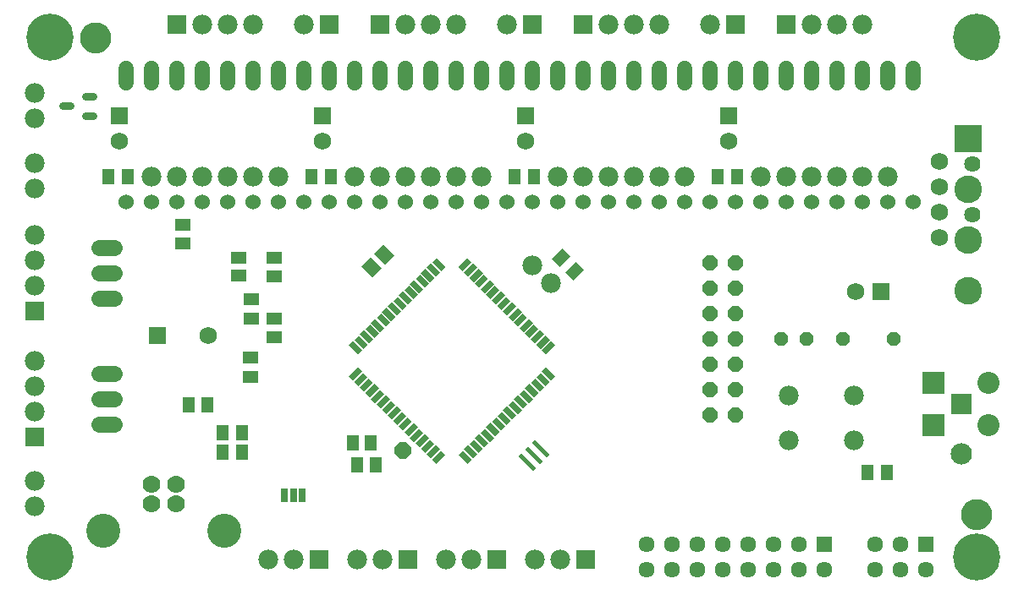
<source format=gts>
G75*
G70*
%OFA0B0*%
%FSLAX24Y24*%
%IPPOS*%
%LPD*%
%AMOC8*
5,1,8,0,0,1.08239X$1,22.5*
%
%ADD10C,0.0600*%
%ADD11C,0.0600*%
%ADD12C,0.0690*%
%ADD13R,0.0690X0.0690*%
%ADD14R,0.0780X0.0780*%
%ADD15C,0.0780*%
%ADD16R,0.0453X0.0591*%
%ADD17C,0.1090*%
%ADD18R,0.1090X0.1090*%
%ADD19R,0.0591X0.0453*%
%ADD20C,0.0640*%
%ADD21R,0.0290X0.0540*%
%ADD22R,0.0840X0.0840*%
%ADD23C,0.0840*%
%ADD24C,0.0867*%
%ADD25R,0.0867X0.0867*%
%ADD26C,0.0640*%
%ADD27C,0.1857*%
%ADD28R,0.0611X0.0493*%
%ADD29C,0.0700*%
%ADD30C,0.1340*%
%ADD31R,0.0493X0.0611*%
%ADD32R,0.0240X0.0510*%
%ADD33R,0.0510X0.0240*%
%ADD34R,0.0827X0.0158*%
%ADD35OC8,0.0600*%
%ADD36C,0.0634*%
%ADD37R,0.0634X0.0634*%
%ADD38OC8,0.0560*%
%ADD39C,0.0434*%
%ADD40C,0.0500*%
%ADD41C,0.0296*%
%ADD42OC8,0.0640*%
D10*
X007161Y016971D03*
X008161Y016971D03*
X009161Y016971D03*
X010161Y016971D03*
X011161Y016971D03*
X012161Y016971D03*
X013161Y016971D03*
X014161Y016971D03*
X015161Y016971D03*
X016161Y016971D03*
X017161Y016971D03*
X018161Y016971D03*
X019161Y016971D03*
X020161Y016971D03*
X021161Y016971D03*
X022161Y016971D03*
X023161Y016971D03*
X024161Y016971D03*
X025161Y016971D03*
X026161Y016971D03*
X027161Y016971D03*
X028161Y016971D03*
X029161Y016971D03*
X030161Y016971D03*
X031161Y016971D03*
X032161Y016971D03*
X033161Y016971D03*
X034161Y016971D03*
X035161Y016971D03*
X036161Y016971D03*
X037161Y016971D03*
X038161Y016971D03*
D11*
X038161Y021691D02*
X038161Y022251D01*
X037161Y022251D02*
X037161Y021691D01*
X036161Y021691D02*
X036161Y022251D01*
X035161Y022251D02*
X035161Y021691D01*
X034161Y021691D02*
X034161Y022251D01*
X033161Y022251D02*
X033161Y021691D01*
X032161Y021691D02*
X032161Y022251D01*
X031161Y022251D02*
X031161Y021691D01*
X030161Y021691D02*
X030161Y022251D01*
X029161Y022251D02*
X029161Y021691D01*
X028161Y021691D02*
X028161Y022251D01*
X027161Y022251D02*
X027161Y021691D01*
X026161Y021691D02*
X026161Y022251D01*
X025161Y022251D02*
X025161Y021691D01*
X024161Y021691D02*
X024161Y022251D01*
X023161Y022251D02*
X023161Y021691D01*
X022161Y021691D02*
X022161Y022251D01*
X021161Y022251D02*
X021161Y021691D01*
X020161Y021691D02*
X020161Y022251D01*
X019161Y022251D02*
X019161Y021691D01*
X018161Y021691D02*
X018161Y022251D01*
X017161Y022251D02*
X017161Y021691D01*
X016161Y021691D02*
X016161Y022251D01*
X015161Y022251D02*
X015161Y021691D01*
X014161Y021691D02*
X014161Y022251D01*
X013161Y022251D02*
X013161Y021691D01*
X012161Y021691D02*
X012161Y022251D01*
X011161Y022251D02*
X011161Y021691D01*
X010161Y021691D02*
X010161Y022251D01*
X009161Y022251D02*
X009161Y021691D01*
X008161Y021691D02*
X008161Y022251D01*
X007161Y022251D02*
X007161Y021691D01*
D12*
X006911Y019371D03*
X014911Y019371D03*
X022911Y019371D03*
X030911Y019371D03*
X039211Y018590D03*
X039211Y017590D03*
X039211Y016590D03*
X039211Y015590D03*
X035911Y013446D03*
X010411Y011721D03*
D13*
X008411Y011721D03*
X006911Y020371D03*
X014911Y020371D03*
X022911Y020371D03*
X030911Y020371D03*
X036911Y013446D03*
D14*
X033161Y023971D03*
X031161Y023971D03*
X025161Y023971D03*
X023161Y023971D03*
X017161Y023971D03*
X015161Y023971D03*
X009161Y023971D03*
X003561Y012671D03*
X003561Y007721D03*
X014761Y002871D03*
X018261Y002871D03*
X021761Y002871D03*
X025261Y002871D03*
D15*
X024261Y002871D03*
X023261Y002871D03*
X020761Y002871D03*
X019761Y002871D03*
X017261Y002871D03*
X016261Y002871D03*
X013761Y002871D03*
X012761Y002871D03*
X003561Y004971D03*
X003561Y005971D03*
X003561Y008721D03*
X003561Y009721D03*
X003561Y010721D03*
X003561Y013671D03*
X003561Y014671D03*
X003561Y015671D03*
X003561Y017521D03*
X003561Y018521D03*
X003561Y020271D03*
X003561Y021271D03*
X008161Y017971D03*
X009161Y017971D03*
X010161Y017971D03*
X011161Y017971D03*
X012161Y017971D03*
X013161Y017971D03*
X016161Y017971D03*
X017161Y017971D03*
X018161Y017971D03*
X019161Y017971D03*
X020161Y017971D03*
X021161Y017971D03*
X024161Y017971D03*
X025161Y017971D03*
X026161Y017971D03*
X027161Y017971D03*
X028161Y017971D03*
X029161Y017971D03*
X032161Y017971D03*
X033161Y017971D03*
X034161Y017971D03*
X035161Y017971D03*
X036161Y017971D03*
X037161Y017971D03*
X036161Y023971D03*
X035161Y023971D03*
X034161Y023971D03*
X030161Y023971D03*
X028161Y023971D03*
X027161Y023971D03*
X026161Y023971D03*
X022161Y023971D03*
X020161Y023971D03*
X019161Y023971D03*
X018161Y023971D03*
X014161Y023971D03*
X012161Y023971D03*
X011161Y023971D03*
X010161Y023971D03*
X023189Y014493D03*
X023896Y013786D03*
X033281Y009361D03*
X035841Y009361D03*
X035841Y007581D03*
X033281Y007581D03*
D16*
X036387Y006321D03*
X037135Y006321D03*
X031235Y017971D03*
X030487Y017971D03*
X023235Y017971D03*
X022487Y017971D03*
X015235Y017971D03*
X014487Y017971D03*
X007235Y017971D03*
X006487Y017971D03*
X010987Y007871D03*
X011735Y007871D03*
X011735Y007121D03*
X010987Y007121D03*
D17*
X040354Y013490D03*
X040354Y015490D03*
X040354Y017490D03*
D18*
X040354Y019490D03*
D19*
G36*
X025211Y014312D02*
X024795Y013896D01*
X024475Y014216D01*
X024891Y014632D01*
X025211Y014312D01*
G37*
G36*
X024682Y014841D02*
X024266Y014425D01*
X023946Y014745D01*
X024362Y015161D01*
X024682Y014841D01*
G37*
X013011Y014796D03*
X013011Y014047D03*
X012111Y013146D03*
X012111Y012397D03*
X013011Y012396D03*
X013011Y011647D03*
X012061Y010846D03*
X012061Y010097D03*
X009411Y015347D03*
X009411Y016096D03*
D20*
X006711Y015171D02*
X006111Y015171D01*
X006111Y014171D02*
X006711Y014171D01*
X006711Y013171D02*
X006111Y013171D01*
X006111Y010221D02*
X006711Y010221D01*
X006711Y009221D02*
X006111Y009221D01*
X006111Y008221D02*
X006711Y008221D01*
D21*
X013411Y005421D03*
X013761Y005421D03*
X014111Y005421D03*
D22*
X040061Y009021D03*
D23*
X040061Y007053D03*
D24*
X041143Y008195D03*
X041143Y009848D03*
D25*
X038978Y009848D03*
X038978Y008195D03*
D26*
X040511Y016490D03*
X040511Y018490D03*
D27*
X004161Y002971D03*
X004161Y023471D03*
X040661Y023471D03*
X040661Y002971D03*
D28*
G36*
X017301Y015310D02*
X017731Y014880D01*
X017383Y014532D01*
X016953Y014962D01*
X017301Y015310D01*
G37*
G36*
X016800Y014809D02*
X017230Y014379D01*
X016882Y014031D01*
X016452Y014461D01*
X016800Y014809D01*
G37*
X011611Y014776D03*
X011611Y014067D03*
D29*
X009153Y005851D03*
X008169Y005851D03*
X008169Y005071D03*
X009153Y005071D03*
D30*
X011031Y004001D03*
X006291Y004001D03*
D31*
X009656Y008971D03*
X010365Y008971D03*
X016106Y007471D03*
X016815Y007471D03*
X016994Y006623D03*
X016285Y006623D03*
D32*
G36*
X020792Y006822D02*
X020622Y006652D01*
X020262Y007012D01*
X020432Y007182D01*
X020792Y006822D01*
G37*
G36*
X021011Y007041D02*
X020841Y006871D01*
X020481Y007231D01*
X020651Y007401D01*
X021011Y007041D01*
G37*
G36*
X021230Y007261D02*
X021060Y007091D01*
X020700Y007451D01*
X020870Y007621D01*
X021230Y007261D01*
G37*
G36*
X021450Y007480D02*
X021280Y007310D01*
X020920Y007670D01*
X021090Y007840D01*
X021450Y007480D01*
G37*
G36*
X021669Y007699D02*
X021499Y007529D01*
X021139Y007889D01*
X021309Y008059D01*
X021669Y007699D01*
G37*
G36*
X021888Y007918D02*
X021718Y007748D01*
X021358Y008108D01*
X021528Y008278D01*
X021888Y007918D01*
G37*
G36*
X022107Y008137D02*
X021937Y007967D01*
X021577Y008327D01*
X021747Y008497D01*
X022107Y008137D01*
G37*
G36*
X022326Y008357D02*
X022156Y008187D01*
X021796Y008547D01*
X021966Y008717D01*
X022326Y008357D01*
G37*
G36*
X022546Y008576D02*
X022376Y008406D01*
X022016Y008766D01*
X022186Y008936D01*
X022546Y008576D01*
G37*
G36*
X022765Y008795D02*
X022595Y008625D01*
X022235Y008985D01*
X022405Y009155D01*
X022765Y008795D01*
G37*
G36*
X022984Y009014D02*
X022814Y008844D01*
X022454Y009204D01*
X022624Y009374D01*
X022984Y009014D01*
G37*
G36*
X023203Y009233D02*
X023033Y009063D01*
X022673Y009423D01*
X022843Y009593D01*
X023203Y009233D01*
G37*
G36*
X023422Y009453D02*
X023252Y009283D01*
X022892Y009643D01*
X023062Y009813D01*
X023422Y009453D01*
G37*
G36*
X023642Y009672D02*
X023472Y009502D01*
X023112Y009862D01*
X023282Y010032D01*
X023642Y009672D01*
G37*
G36*
X023861Y009891D02*
X023691Y009721D01*
X023331Y010081D01*
X023501Y010251D01*
X023861Y009891D01*
G37*
G36*
X024080Y010110D02*
X023910Y009940D01*
X023550Y010300D01*
X023720Y010470D01*
X024080Y010110D01*
G37*
G36*
X018664Y013335D02*
X018494Y013165D01*
X018134Y013525D01*
X018304Y013695D01*
X018664Y013335D01*
G37*
G36*
X018883Y013554D02*
X018713Y013384D01*
X018353Y013744D01*
X018523Y013914D01*
X018883Y013554D01*
G37*
G36*
X019102Y013773D02*
X018932Y013603D01*
X018572Y013963D01*
X018742Y014133D01*
X019102Y013773D01*
G37*
G36*
X019321Y013992D02*
X019151Y013822D01*
X018791Y014182D01*
X018961Y014352D01*
X019321Y013992D01*
G37*
G36*
X019540Y014211D02*
X019370Y014041D01*
X019010Y014401D01*
X019180Y014571D01*
X019540Y014211D01*
G37*
G36*
X019760Y014431D02*
X019590Y014261D01*
X019230Y014621D01*
X019400Y014791D01*
X019760Y014431D01*
G37*
G36*
X018444Y013116D02*
X018274Y012946D01*
X017914Y013306D01*
X018084Y013476D01*
X018444Y013116D01*
G37*
G36*
X018225Y012896D02*
X018055Y012726D01*
X017695Y013086D01*
X017865Y013256D01*
X018225Y012896D01*
G37*
G36*
X018006Y012677D02*
X017836Y012507D01*
X017476Y012867D01*
X017646Y013037D01*
X018006Y012677D01*
G37*
G36*
X017787Y012458D02*
X017617Y012288D01*
X017257Y012648D01*
X017427Y012818D01*
X017787Y012458D01*
G37*
G36*
X017568Y012239D02*
X017398Y012069D01*
X017038Y012429D01*
X017208Y012599D01*
X017568Y012239D01*
G37*
G36*
X017348Y012019D02*
X017178Y011849D01*
X016818Y012209D01*
X016988Y012379D01*
X017348Y012019D01*
G37*
G36*
X017129Y011800D02*
X016959Y011630D01*
X016599Y011990D01*
X016769Y012160D01*
X017129Y011800D01*
G37*
G36*
X016910Y011581D02*
X016740Y011411D01*
X016380Y011771D01*
X016550Y011941D01*
X016910Y011581D01*
G37*
G36*
X016691Y011362D02*
X016521Y011192D01*
X016161Y011552D01*
X016331Y011722D01*
X016691Y011362D01*
G37*
G36*
X016472Y011143D02*
X016302Y010973D01*
X015942Y011333D01*
X016112Y011503D01*
X016472Y011143D01*
G37*
D33*
G36*
X016472Y010300D02*
X016112Y009940D01*
X015942Y010110D01*
X016302Y010470D01*
X016472Y010300D01*
G37*
G36*
X016691Y010081D02*
X016331Y009721D01*
X016161Y009891D01*
X016521Y010251D01*
X016691Y010081D01*
G37*
G36*
X016910Y009862D02*
X016550Y009502D01*
X016380Y009672D01*
X016740Y010032D01*
X016910Y009862D01*
G37*
G36*
X017129Y009643D02*
X016769Y009283D01*
X016599Y009453D01*
X016959Y009813D01*
X017129Y009643D01*
G37*
G36*
X017348Y009423D02*
X016988Y009063D01*
X016818Y009233D01*
X017178Y009593D01*
X017348Y009423D01*
G37*
G36*
X017568Y009204D02*
X017208Y008844D01*
X017038Y009014D01*
X017398Y009374D01*
X017568Y009204D01*
G37*
G36*
X017787Y008985D02*
X017427Y008625D01*
X017257Y008795D01*
X017617Y009155D01*
X017787Y008985D01*
G37*
G36*
X018006Y008766D02*
X017646Y008406D01*
X017476Y008576D01*
X017836Y008936D01*
X018006Y008766D01*
G37*
G36*
X018225Y008547D02*
X017865Y008187D01*
X017695Y008357D01*
X018055Y008717D01*
X018225Y008547D01*
G37*
G36*
X018444Y008327D02*
X018084Y007967D01*
X017914Y008137D01*
X018274Y008497D01*
X018444Y008327D01*
G37*
G36*
X018664Y008108D02*
X018304Y007748D01*
X018134Y007918D01*
X018494Y008278D01*
X018664Y008108D01*
G37*
G36*
X018883Y007889D02*
X018523Y007529D01*
X018353Y007699D01*
X018713Y008059D01*
X018883Y007889D01*
G37*
G36*
X019102Y007670D02*
X018742Y007310D01*
X018572Y007480D01*
X018932Y007840D01*
X019102Y007670D01*
G37*
G36*
X019321Y007451D02*
X018961Y007091D01*
X018791Y007261D01*
X019151Y007621D01*
X019321Y007451D01*
G37*
G36*
X019540Y007231D02*
X019180Y006871D01*
X019010Y007041D01*
X019370Y007401D01*
X019540Y007231D01*
G37*
G36*
X019760Y007012D02*
X019400Y006652D01*
X019230Y006822D01*
X019590Y007182D01*
X019760Y007012D01*
G37*
G36*
X024080Y011333D02*
X023720Y010973D01*
X023550Y011143D01*
X023910Y011503D01*
X024080Y011333D01*
G37*
G36*
X023861Y011552D02*
X023501Y011192D01*
X023331Y011362D01*
X023691Y011722D01*
X023861Y011552D01*
G37*
G36*
X023642Y011771D02*
X023282Y011411D01*
X023112Y011581D01*
X023472Y011941D01*
X023642Y011771D01*
G37*
G36*
X023422Y011990D02*
X023062Y011630D01*
X022892Y011800D01*
X023252Y012160D01*
X023422Y011990D01*
G37*
G36*
X023203Y012209D02*
X022843Y011849D01*
X022673Y012019D01*
X023033Y012379D01*
X023203Y012209D01*
G37*
G36*
X022984Y012429D02*
X022624Y012069D01*
X022454Y012239D01*
X022814Y012599D01*
X022984Y012429D01*
G37*
G36*
X022765Y012648D02*
X022405Y012288D01*
X022235Y012458D01*
X022595Y012818D01*
X022765Y012648D01*
G37*
G36*
X022546Y012867D02*
X022186Y012507D01*
X022016Y012677D01*
X022376Y013037D01*
X022546Y012867D01*
G37*
G36*
X022326Y013086D02*
X021966Y012726D01*
X021796Y012896D01*
X022156Y013256D01*
X022326Y013086D01*
G37*
G36*
X022107Y013306D02*
X021747Y012946D01*
X021577Y013116D01*
X021937Y013476D01*
X022107Y013306D01*
G37*
G36*
X021888Y013525D02*
X021528Y013165D01*
X021358Y013335D01*
X021718Y013695D01*
X021888Y013525D01*
G37*
G36*
X021669Y013744D02*
X021309Y013384D01*
X021139Y013554D01*
X021499Y013914D01*
X021669Y013744D01*
G37*
G36*
X021450Y013963D02*
X021090Y013603D01*
X020920Y013773D01*
X021280Y014133D01*
X021450Y013963D01*
G37*
G36*
X021230Y014182D02*
X020870Y013822D01*
X020700Y013992D01*
X021060Y014352D01*
X021230Y014182D01*
G37*
G36*
X021011Y014401D02*
X020651Y014041D01*
X020481Y014211D01*
X020841Y014571D01*
X021011Y014401D01*
G37*
G36*
X020792Y014621D02*
X020432Y014261D01*
X020262Y014431D01*
X020622Y014791D01*
X020792Y014621D01*
G37*
D34*
G36*
X023740Y006910D02*
X023157Y007493D01*
X023268Y007604D01*
X023851Y007021D01*
X023740Y006910D01*
G37*
G36*
X023476Y006645D02*
X022893Y007228D01*
X023004Y007339D01*
X023587Y006756D01*
X023476Y006645D01*
G37*
G36*
X023212Y006381D02*
X022629Y006964D01*
X022740Y007075D01*
X023323Y006492D01*
X023212Y006381D01*
G37*
D35*
X030161Y008571D03*
X031161Y008571D03*
X031161Y009571D03*
X030161Y009571D03*
X030161Y010571D03*
X031161Y010571D03*
X031161Y011571D03*
X030161Y011571D03*
X030161Y012571D03*
X031161Y012571D03*
X031161Y013571D03*
X030161Y013571D03*
X030161Y014571D03*
X031161Y014571D03*
D36*
X031661Y003471D03*
X032661Y003471D03*
X033661Y003471D03*
X033661Y002471D03*
X034661Y002471D03*
X036661Y002471D03*
X037661Y002471D03*
X038661Y002471D03*
X037661Y003471D03*
X036661Y003471D03*
X032661Y002471D03*
X031661Y002471D03*
X030661Y002471D03*
X029661Y002471D03*
X028661Y002471D03*
X027661Y002471D03*
X027661Y003471D03*
X028661Y003471D03*
X029661Y003471D03*
X030661Y003471D03*
D37*
X034661Y003471D03*
X038661Y003471D03*
D38*
X037411Y011571D03*
X035411Y011571D03*
X033961Y011571D03*
X032961Y011571D03*
D39*
X040661Y004671D03*
X005961Y023471D03*
D40*
X005607Y023471D02*
X005609Y023508D01*
X005615Y023545D01*
X005624Y023580D01*
X005638Y023615D01*
X005654Y023648D01*
X005675Y023679D01*
X005698Y023708D01*
X005724Y023734D01*
X005753Y023757D01*
X005784Y023778D01*
X005817Y023794D01*
X005852Y023808D01*
X005887Y023817D01*
X005924Y023823D01*
X005961Y023825D01*
X005998Y023823D01*
X006035Y023817D01*
X006070Y023808D01*
X006105Y023794D01*
X006138Y023778D01*
X006169Y023757D01*
X006198Y023734D01*
X006224Y023708D01*
X006247Y023679D01*
X006268Y023648D01*
X006284Y023615D01*
X006298Y023580D01*
X006307Y023545D01*
X006313Y023508D01*
X006315Y023471D01*
X006313Y023434D01*
X006307Y023397D01*
X006298Y023362D01*
X006284Y023327D01*
X006268Y023294D01*
X006247Y023263D01*
X006224Y023234D01*
X006198Y023208D01*
X006169Y023185D01*
X006138Y023164D01*
X006105Y023148D01*
X006070Y023134D01*
X006035Y023125D01*
X005998Y023119D01*
X005961Y023117D01*
X005924Y023119D01*
X005887Y023125D01*
X005852Y023134D01*
X005817Y023148D01*
X005784Y023164D01*
X005753Y023185D01*
X005724Y023208D01*
X005698Y023234D01*
X005675Y023263D01*
X005654Y023294D01*
X005638Y023327D01*
X005624Y023362D01*
X005615Y023397D01*
X005609Y023434D01*
X005607Y023471D01*
X040307Y004671D02*
X040309Y004708D01*
X040315Y004745D01*
X040324Y004780D01*
X040338Y004815D01*
X040354Y004848D01*
X040375Y004879D01*
X040398Y004908D01*
X040424Y004934D01*
X040453Y004957D01*
X040484Y004978D01*
X040517Y004994D01*
X040552Y005008D01*
X040587Y005017D01*
X040624Y005023D01*
X040661Y005025D01*
X040698Y005023D01*
X040735Y005017D01*
X040770Y005008D01*
X040805Y004994D01*
X040838Y004978D01*
X040869Y004957D01*
X040898Y004934D01*
X040924Y004908D01*
X040947Y004879D01*
X040968Y004848D01*
X040984Y004815D01*
X040998Y004780D01*
X041007Y004745D01*
X041013Y004708D01*
X041015Y004671D01*
X041013Y004634D01*
X041007Y004597D01*
X040998Y004562D01*
X040984Y004527D01*
X040968Y004494D01*
X040947Y004463D01*
X040924Y004434D01*
X040898Y004408D01*
X040869Y004385D01*
X040838Y004364D01*
X040805Y004348D01*
X040770Y004334D01*
X040735Y004325D01*
X040698Y004319D01*
X040661Y004317D01*
X040624Y004319D01*
X040587Y004325D01*
X040552Y004334D01*
X040517Y004348D01*
X040484Y004364D01*
X040453Y004385D01*
X040424Y004408D01*
X040398Y004434D01*
X040375Y004463D01*
X040354Y004494D01*
X040338Y004527D01*
X040324Y004562D01*
X040315Y004597D01*
X040309Y004634D01*
X040307Y004671D01*
D41*
X005886Y020397D02*
X005592Y020397D01*
X004980Y020771D02*
X004686Y020771D01*
X005592Y021146D02*
X005886Y021146D01*
D42*
X018061Y007171D03*
M02*

</source>
